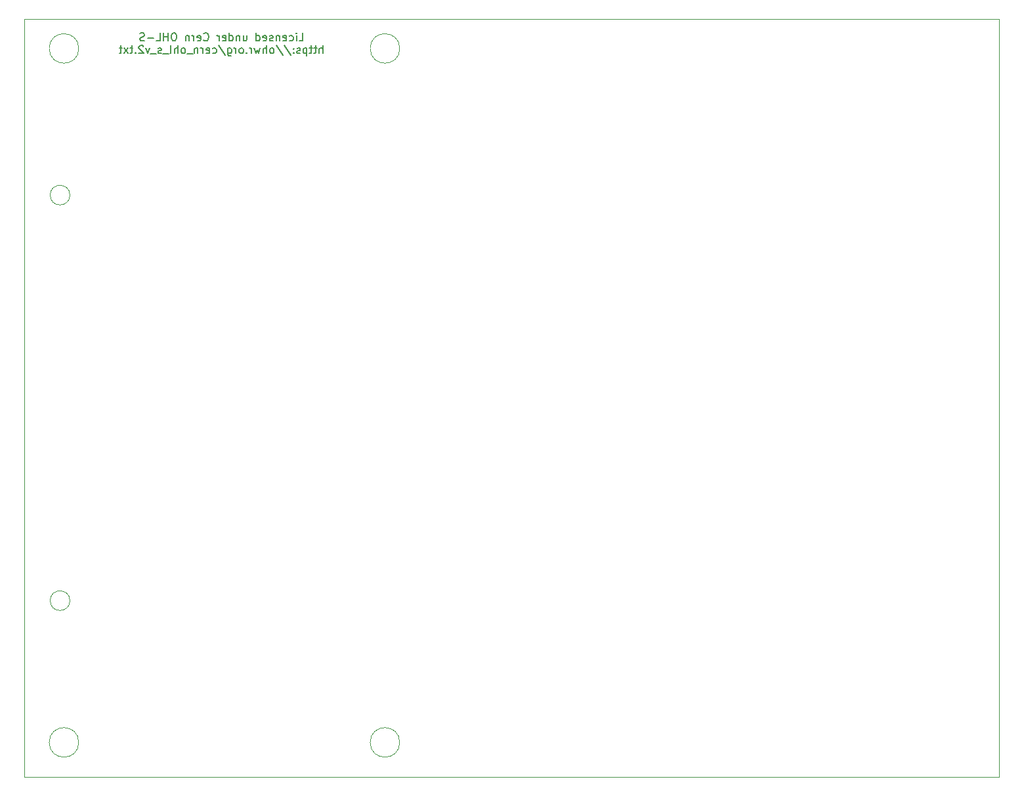
<source format=gbr>
%TF.GenerationSoftware,KiCad,Pcbnew,7.0.5-4d25ed1034~172~ubuntu22.04.1*%
%TF.CreationDate,2023-06-16T17:29:37+02:00*%
%TF.ProjectId,qdisk_v4,71646973-6b5f-4763-942e-6b696361645f,00*%
%TF.SameCoordinates,Original*%
%TF.FileFunction,Legend,Bot*%
%TF.FilePolarity,Positive*%
%FSLAX46Y46*%
G04 Gerber Fmt 4.6, Leading zero omitted, Abs format (unit mm)*
G04 Created by KiCad (PCBNEW 7.0.5-4d25ed1034~172~ubuntu22.04.1) date 2023-06-16 17:29:37*
%MOMM*%
%LPD*%
G01*
G04 APERTURE LIST*
%ADD10C,0.150000*%
%TA.AperFunction,Profile*%
%ADD11C,0.050000*%
%TD*%
G04 APERTURE END LIST*
D10*
X107282001Y-47782819D02*
X107758191Y-47782819D01*
X107758191Y-47782819D02*
X107758191Y-46782819D01*
X106948667Y-47782819D02*
X106948667Y-47116152D01*
X106948667Y-46782819D02*
X106996286Y-46830438D01*
X106996286Y-46830438D02*
X106948667Y-46878057D01*
X106948667Y-46878057D02*
X106901048Y-46830438D01*
X106901048Y-46830438D02*
X106948667Y-46782819D01*
X106948667Y-46782819D02*
X106948667Y-46878057D01*
X106043906Y-47735200D02*
X106139144Y-47782819D01*
X106139144Y-47782819D02*
X106329620Y-47782819D01*
X106329620Y-47782819D02*
X106424858Y-47735200D01*
X106424858Y-47735200D02*
X106472477Y-47687580D01*
X106472477Y-47687580D02*
X106520096Y-47592342D01*
X106520096Y-47592342D02*
X106520096Y-47306628D01*
X106520096Y-47306628D02*
X106472477Y-47211390D01*
X106472477Y-47211390D02*
X106424858Y-47163771D01*
X106424858Y-47163771D02*
X106329620Y-47116152D01*
X106329620Y-47116152D02*
X106139144Y-47116152D01*
X106139144Y-47116152D02*
X106043906Y-47163771D01*
X105234382Y-47735200D02*
X105329620Y-47782819D01*
X105329620Y-47782819D02*
X105520096Y-47782819D01*
X105520096Y-47782819D02*
X105615334Y-47735200D01*
X105615334Y-47735200D02*
X105662953Y-47639961D01*
X105662953Y-47639961D02*
X105662953Y-47259009D01*
X105662953Y-47259009D02*
X105615334Y-47163771D01*
X105615334Y-47163771D02*
X105520096Y-47116152D01*
X105520096Y-47116152D02*
X105329620Y-47116152D01*
X105329620Y-47116152D02*
X105234382Y-47163771D01*
X105234382Y-47163771D02*
X105186763Y-47259009D01*
X105186763Y-47259009D02*
X105186763Y-47354247D01*
X105186763Y-47354247D02*
X105662953Y-47449485D01*
X104758191Y-47116152D02*
X104758191Y-47782819D01*
X104758191Y-47211390D02*
X104710572Y-47163771D01*
X104710572Y-47163771D02*
X104615334Y-47116152D01*
X104615334Y-47116152D02*
X104472477Y-47116152D01*
X104472477Y-47116152D02*
X104377239Y-47163771D01*
X104377239Y-47163771D02*
X104329620Y-47259009D01*
X104329620Y-47259009D02*
X104329620Y-47782819D01*
X103901048Y-47735200D02*
X103805810Y-47782819D01*
X103805810Y-47782819D02*
X103615334Y-47782819D01*
X103615334Y-47782819D02*
X103520096Y-47735200D01*
X103520096Y-47735200D02*
X103472477Y-47639961D01*
X103472477Y-47639961D02*
X103472477Y-47592342D01*
X103472477Y-47592342D02*
X103520096Y-47497104D01*
X103520096Y-47497104D02*
X103615334Y-47449485D01*
X103615334Y-47449485D02*
X103758191Y-47449485D01*
X103758191Y-47449485D02*
X103853429Y-47401866D01*
X103853429Y-47401866D02*
X103901048Y-47306628D01*
X103901048Y-47306628D02*
X103901048Y-47259009D01*
X103901048Y-47259009D02*
X103853429Y-47163771D01*
X103853429Y-47163771D02*
X103758191Y-47116152D01*
X103758191Y-47116152D02*
X103615334Y-47116152D01*
X103615334Y-47116152D02*
X103520096Y-47163771D01*
X102662953Y-47735200D02*
X102758191Y-47782819D01*
X102758191Y-47782819D02*
X102948667Y-47782819D01*
X102948667Y-47782819D02*
X103043905Y-47735200D01*
X103043905Y-47735200D02*
X103091524Y-47639961D01*
X103091524Y-47639961D02*
X103091524Y-47259009D01*
X103091524Y-47259009D02*
X103043905Y-47163771D01*
X103043905Y-47163771D02*
X102948667Y-47116152D01*
X102948667Y-47116152D02*
X102758191Y-47116152D01*
X102758191Y-47116152D02*
X102662953Y-47163771D01*
X102662953Y-47163771D02*
X102615334Y-47259009D01*
X102615334Y-47259009D02*
X102615334Y-47354247D01*
X102615334Y-47354247D02*
X103091524Y-47449485D01*
X101758191Y-47782819D02*
X101758191Y-46782819D01*
X101758191Y-47735200D02*
X101853429Y-47782819D01*
X101853429Y-47782819D02*
X102043905Y-47782819D01*
X102043905Y-47782819D02*
X102139143Y-47735200D01*
X102139143Y-47735200D02*
X102186762Y-47687580D01*
X102186762Y-47687580D02*
X102234381Y-47592342D01*
X102234381Y-47592342D02*
X102234381Y-47306628D01*
X102234381Y-47306628D02*
X102186762Y-47211390D01*
X102186762Y-47211390D02*
X102139143Y-47163771D01*
X102139143Y-47163771D02*
X102043905Y-47116152D01*
X102043905Y-47116152D02*
X101853429Y-47116152D01*
X101853429Y-47116152D02*
X101758191Y-47163771D01*
X100091524Y-47116152D02*
X100091524Y-47782819D01*
X100520095Y-47116152D02*
X100520095Y-47639961D01*
X100520095Y-47639961D02*
X100472476Y-47735200D01*
X100472476Y-47735200D02*
X100377238Y-47782819D01*
X100377238Y-47782819D02*
X100234381Y-47782819D01*
X100234381Y-47782819D02*
X100139143Y-47735200D01*
X100139143Y-47735200D02*
X100091524Y-47687580D01*
X99615333Y-47116152D02*
X99615333Y-47782819D01*
X99615333Y-47211390D02*
X99567714Y-47163771D01*
X99567714Y-47163771D02*
X99472476Y-47116152D01*
X99472476Y-47116152D02*
X99329619Y-47116152D01*
X99329619Y-47116152D02*
X99234381Y-47163771D01*
X99234381Y-47163771D02*
X99186762Y-47259009D01*
X99186762Y-47259009D02*
X99186762Y-47782819D01*
X98282000Y-47782819D02*
X98282000Y-46782819D01*
X98282000Y-47735200D02*
X98377238Y-47782819D01*
X98377238Y-47782819D02*
X98567714Y-47782819D01*
X98567714Y-47782819D02*
X98662952Y-47735200D01*
X98662952Y-47735200D02*
X98710571Y-47687580D01*
X98710571Y-47687580D02*
X98758190Y-47592342D01*
X98758190Y-47592342D02*
X98758190Y-47306628D01*
X98758190Y-47306628D02*
X98710571Y-47211390D01*
X98710571Y-47211390D02*
X98662952Y-47163771D01*
X98662952Y-47163771D02*
X98567714Y-47116152D01*
X98567714Y-47116152D02*
X98377238Y-47116152D01*
X98377238Y-47116152D02*
X98282000Y-47163771D01*
X97424857Y-47735200D02*
X97520095Y-47782819D01*
X97520095Y-47782819D02*
X97710571Y-47782819D01*
X97710571Y-47782819D02*
X97805809Y-47735200D01*
X97805809Y-47735200D02*
X97853428Y-47639961D01*
X97853428Y-47639961D02*
X97853428Y-47259009D01*
X97853428Y-47259009D02*
X97805809Y-47163771D01*
X97805809Y-47163771D02*
X97710571Y-47116152D01*
X97710571Y-47116152D02*
X97520095Y-47116152D01*
X97520095Y-47116152D02*
X97424857Y-47163771D01*
X97424857Y-47163771D02*
X97377238Y-47259009D01*
X97377238Y-47259009D02*
X97377238Y-47354247D01*
X97377238Y-47354247D02*
X97853428Y-47449485D01*
X96948666Y-47782819D02*
X96948666Y-47116152D01*
X96948666Y-47306628D02*
X96901047Y-47211390D01*
X96901047Y-47211390D02*
X96853428Y-47163771D01*
X96853428Y-47163771D02*
X96758190Y-47116152D01*
X96758190Y-47116152D02*
X96662952Y-47116152D01*
X94996285Y-47687580D02*
X95043904Y-47735200D01*
X95043904Y-47735200D02*
X95186761Y-47782819D01*
X95186761Y-47782819D02*
X95281999Y-47782819D01*
X95281999Y-47782819D02*
X95424856Y-47735200D01*
X95424856Y-47735200D02*
X95520094Y-47639961D01*
X95520094Y-47639961D02*
X95567713Y-47544723D01*
X95567713Y-47544723D02*
X95615332Y-47354247D01*
X95615332Y-47354247D02*
X95615332Y-47211390D01*
X95615332Y-47211390D02*
X95567713Y-47020914D01*
X95567713Y-47020914D02*
X95520094Y-46925676D01*
X95520094Y-46925676D02*
X95424856Y-46830438D01*
X95424856Y-46830438D02*
X95281999Y-46782819D01*
X95281999Y-46782819D02*
X95186761Y-46782819D01*
X95186761Y-46782819D02*
X95043904Y-46830438D01*
X95043904Y-46830438D02*
X94996285Y-46878057D01*
X94186761Y-47735200D02*
X94281999Y-47782819D01*
X94281999Y-47782819D02*
X94472475Y-47782819D01*
X94472475Y-47782819D02*
X94567713Y-47735200D01*
X94567713Y-47735200D02*
X94615332Y-47639961D01*
X94615332Y-47639961D02*
X94615332Y-47259009D01*
X94615332Y-47259009D02*
X94567713Y-47163771D01*
X94567713Y-47163771D02*
X94472475Y-47116152D01*
X94472475Y-47116152D02*
X94281999Y-47116152D01*
X94281999Y-47116152D02*
X94186761Y-47163771D01*
X94186761Y-47163771D02*
X94139142Y-47259009D01*
X94139142Y-47259009D02*
X94139142Y-47354247D01*
X94139142Y-47354247D02*
X94615332Y-47449485D01*
X93710570Y-47782819D02*
X93710570Y-47116152D01*
X93710570Y-47306628D02*
X93662951Y-47211390D01*
X93662951Y-47211390D02*
X93615332Y-47163771D01*
X93615332Y-47163771D02*
X93520094Y-47116152D01*
X93520094Y-47116152D02*
X93424856Y-47116152D01*
X93091522Y-47116152D02*
X93091522Y-47782819D01*
X93091522Y-47211390D02*
X93043903Y-47163771D01*
X93043903Y-47163771D02*
X92948665Y-47116152D01*
X92948665Y-47116152D02*
X92805808Y-47116152D01*
X92805808Y-47116152D02*
X92710570Y-47163771D01*
X92710570Y-47163771D02*
X92662951Y-47259009D01*
X92662951Y-47259009D02*
X92662951Y-47782819D01*
X91234379Y-46782819D02*
X91043903Y-46782819D01*
X91043903Y-46782819D02*
X90948665Y-46830438D01*
X90948665Y-46830438D02*
X90853427Y-46925676D01*
X90853427Y-46925676D02*
X90805808Y-47116152D01*
X90805808Y-47116152D02*
X90805808Y-47449485D01*
X90805808Y-47449485D02*
X90853427Y-47639961D01*
X90853427Y-47639961D02*
X90948665Y-47735200D01*
X90948665Y-47735200D02*
X91043903Y-47782819D01*
X91043903Y-47782819D02*
X91234379Y-47782819D01*
X91234379Y-47782819D02*
X91329617Y-47735200D01*
X91329617Y-47735200D02*
X91424855Y-47639961D01*
X91424855Y-47639961D02*
X91472474Y-47449485D01*
X91472474Y-47449485D02*
X91472474Y-47116152D01*
X91472474Y-47116152D02*
X91424855Y-46925676D01*
X91424855Y-46925676D02*
X91329617Y-46830438D01*
X91329617Y-46830438D02*
X91234379Y-46782819D01*
X90377236Y-47782819D02*
X90377236Y-46782819D01*
X90377236Y-47259009D02*
X89805808Y-47259009D01*
X89805808Y-47782819D02*
X89805808Y-46782819D01*
X88853427Y-47782819D02*
X89329617Y-47782819D01*
X89329617Y-47782819D02*
X89329617Y-46782819D01*
X88520093Y-47401866D02*
X87758189Y-47401866D01*
X87329617Y-47735200D02*
X87186760Y-47782819D01*
X87186760Y-47782819D02*
X86948665Y-47782819D01*
X86948665Y-47782819D02*
X86853427Y-47735200D01*
X86853427Y-47735200D02*
X86805808Y-47687580D01*
X86805808Y-47687580D02*
X86758189Y-47592342D01*
X86758189Y-47592342D02*
X86758189Y-47497104D01*
X86758189Y-47497104D02*
X86805808Y-47401866D01*
X86805808Y-47401866D02*
X86853427Y-47354247D01*
X86853427Y-47354247D02*
X86948665Y-47306628D01*
X86948665Y-47306628D02*
X87139141Y-47259009D01*
X87139141Y-47259009D02*
X87234379Y-47211390D01*
X87234379Y-47211390D02*
X87281998Y-47163771D01*
X87281998Y-47163771D02*
X87329617Y-47068533D01*
X87329617Y-47068533D02*
X87329617Y-46973295D01*
X87329617Y-46973295D02*
X87281998Y-46878057D01*
X87281998Y-46878057D02*
X87234379Y-46830438D01*
X87234379Y-46830438D02*
X87139141Y-46782819D01*
X87139141Y-46782819D02*
X86901046Y-46782819D01*
X86901046Y-46782819D02*
X86758189Y-46830438D01*
X110329620Y-49392819D02*
X110329620Y-48392819D01*
X109901049Y-49392819D02*
X109901049Y-48869009D01*
X109901049Y-48869009D02*
X109948668Y-48773771D01*
X109948668Y-48773771D02*
X110043906Y-48726152D01*
X110043906Y-48726152D02*
X110186763Y-48726152D01*
X110186763Y-48726152D02*
X110282001Y-48773771D01*
X110282001Y-48773771D02*
X110329620Y-48821390D01*
X109567715Y-48726152D02*
X109186763Y-48726152D01*
X109424858Y-48392819D02*
X109424858Y-49249961D01*
X109424858Y-49249961D02*
X109377239Y-49345200D01*
X109377239Y-49345200D02*
X109282001Y-49392819D01*
X109282001Y-49392819D02*
X109186763Y-49392819D01*
X108996286Y-48726152D02*
X108615334Y-48726152D01*
X108853429Y-48392819D02*
X108853429Y-49249961D01*
X108853429Y-49249961D02*
X108805810Y-49345200D01*
X108805810Y-49345200D02*
X108710572Y-49392819D01*
X108710572Y-49392819D02*
X108615334Y-49392819D01*
X108282000Y-48726152D02*
X108282000Y-49726152D01*
X108282000Y-48773771D02*
X108186762Y-48726152D01*
X108186762Y-48726152D02*
X107996286Y-48726152D01*
X107996286Y-48726152D02*
X107901048Y-48773771D01*
X107901048Y-48773771D02*
X107853429Y-48821390D01*
X107853429Y-48821390D02*
X107805810Y-48916628D01*
X107805810Y-48916628D02*
X107805810Y-49202342D01*
X107805810Y-49202342D02*
X107853429Y-49297580D01*
X107853429Y-49297580D02*
X107901048Y-49345200D01*
X107901048Y-49345200D02*
X107996286Y-49392819D01*
X107996286Y-49392819D02*
X108186762Y-49392819D01*
X108186762Y-49392819D02*
X108282000Y-49345200D01*
X107424857Y-49345200D02*
X107329619Y-49392819D01*
X107329619Y-49392819D02*
X107139143Y-49392819D01*
X107139143Y-49392819D02*
X107043905Y-49345200D01*
X107043905Y-49345200D02*
X106996286Y-49249961D01*
X106996286Y-49249961D02*
X106996286Y-49202342D01*
X106996286Y-49202342D02*
X107043905Y-49107104D01*
X107043905Y-49107104D02*
X107139143Y-49059485D01*
X107139143Y-49059485D02*
X107282000Y-49059485D01*
X107282000Y-49059485D02*
X107377238Y-49011866D01*
X107377238Y-49011866D02*
X107424857Y-48916628D01*
X107424857Y-48916628D02*
X107424857Y-48869009D01*
X107424857Y-48869009D02*
X107377238Y-48773771D01*
X107377238Y-48773771D02*
X107282000Y-48726152D01*
X107282000Y-48726152D02*
X107139143Y-48726152D01*
X107139143Y-48726152D02*
X107043905Y-48773771D01*
X106567714Y-49297580D02*
X106520095Y-49345200D01*
X106520095Y-49345200D02*
X106567714Y-49392819D01*
X106567714Y-49392819D02*
X106615333Y-49345200D01*
X106615333Y-49345200D02*
X106567714Y-49297580D01*
X106567714Y-49297580D02*
X106567714Y-49392819D01*
X106567714Y-48773771D02*
X106520095Y-48821390D01*
X106520095Y-48821390D02*
X106567714Y-48869009D01*
X106567714Y-48869009D02*
X106615333Y-48821390D01*
X106615333Y-48821390D02*
X106567714Y-48773771D01*
X106567714Y-48773771D02*
X106567714Y-48869009D01*
X105377239Y-48345200D02*
X106234381Y-49630914D01*
X104329620Y-48345200D02*
X105186762Y-49630914D01*
X103853429Y-49392819D02*
X103948667Y-49345200D01*
X103948667Y-49345200D02*
X103996286Y-49297580D01*
X103996286Y-49297580D02*
X104043905Y-49202342D01*
X104043905Y-49202342D02*
X104043905Y-48916628D01*
X104043905Y-48916628D02*
X103996286Y-48821390D01*
X103996286Y-48821390D02*
X103948667Y-48773771D01*
X103948667Y-48773771D02*
X103853429Y-48726152D01*
X103853429Y-48726152D02*
X103710572Y-48726152D01*
X103710572Y-48726152D02*
X103615334Y-48773771D01*
X103615334Y-48773771D02*
X103567715Y-48821390D01*
X103567715Y-48821390D02*
X103520096Y-48916628D01*
X103520096Y-48916628D02*
X103520096Y-49202342D01*
X103520096Y-49202342D02*
X103567715Y-49297580D01*
X103567715Y-49297580D02*
X103615334Y-49345200D01*
X103615334Y-49345200D02*
X103710572Y-49392819D01*
X103710572Y-49392819D02*
X103853429Y-49392819D01*
X103091524Y-49392819D02*
X103091524Y-48392819D01*
X102662953Y-49392819D02*
X102662953Y-48869009D01*
X102662953Y-48869009D02*
X102710572Y-48773771D01*
X102710572Y-48773771D02*
X102805810Y-48726152D01*
X102805810Y-48726152D02*
X102948667Y-48726152D01*
X102948667Y-48726152D02*
X103043905Y-48773771D01*
X103043905Y-48773771D02*
X103091524Y-48821390D01*
X102282000Y-48726152D02*
X102091524Y-49392819D01*
X102091524Y-49392819D02*
X101901048Y-48916628D01*
X101901048Y-48916628D02*
X101710572Y-49392819D01*
X101710572Y-49392819D02*
X101520096Y-48726152D01*
X101139143Y-49392819D02*
X101139143Y-48726152D01*
X101139143Y-48916628D02*
X101091524Y-48821390D01*
X101091524Y-48821390D02*
X101043905Y-48773771D01*
X101043905Y-48773771D02*
X100948667Y-48726152D01*
X100948667Y-48726152D02*
X100853429Y-48726152D01*
X100520095Y-49297580D02*
X100472476Y-49345200D01*
X100472476Y-49345200D02*
X100520095Y-49392819D01*
X100520095Y-49392819D02*
X100567714Y-49345200D01*
X100567714Y-49345200D02*
X100520095Y-49297580D01*
X100520095Y-49297580D02*
X100520095Y-49392819D01*
X99901048Y-49392819D02*
X99996286Y-49345200D01*
X99996286Y-49345200D02*
X100043905Y-49297580D01*
X100043905Y-49297580D02*
X100091524Y-49202342D01*
X100091524Y-49202342D02*
X100091524Y-48916628D01*
X100091524Y-48916628D02*
X100043905Y-48821390D01*
X100043905Y-48821390D02*
X99996286Y-48773771D01*
X99996286Y-48773771D02*
X99901048Y-48726152D01*
X99901048Y-48726152D02*
X99758191Y-48726152D01*
X99758191Y-48726152D02*
X99662953Y-48773771D01*
X99662953Y-48773771D02*
X99615334Y-48821390D01*
X99615334Y-48821390D02*
X99567715Y-48916628D01*
X99567715Y-48916628D02*
X99567715Y-49202342D01*
X99567715Y-49202342D02*
X99615334Y-49297580D01*
X99615334Y-49297580D02*
X99662953Y-49345200D01*
X99662953Y-49345200D02*
X99758191Y-49392819D01*
X99758191Y-49392819D02*
X99901048Y-49392819D01*
X99139143Y-49392819D02*
X99139143Y-48726152D01*
X99139143Y-48916628D02*
X99091524Y-48821390D01*
X99091524Y-48821390D02*
X99043905Y-48773771D01*
X99043905Y-48773771D02*
X98948667Y-48726152D01*
X98948667Y-48726152D02*
X98853429Y-48726152D01*
X98091524Y-48726152D02*
X98091524Y-49535676D01*
X98091524Y-49535676D02*
X98139143Y-49630914D01*
X98139143Y-49630914D02*
X98186762Y-49678533D01*
X98186762Y-49678533D02*
X98282000Y-49726152D01*
X98282000Y-49726152D02*
X98424857Y-49726152D01*
X98424857Y-49726152D02*
X98520095Y-49678533D01*
X98091524Y-49345200D02*
X98186762Y-49392819D01*
X98186762Y-49392819D02*
X98377238Y-49392819D01*
X98377238Y-49392819D02*
X98472476Y-49345200D01*
X98472476Y-49345200D02*
X98520095Y-49297580D01*
X98520095Y-49297580D02*
X98567714Y-49202342D01*
X98567714Y-49202342D02*
X98567714Y-48916628D01*
X98567714Y-48916628D02*
X98520095Y-48821390D01*
X98520095Y-48821390D02*
X98472476Y-48773771D01*
X98472476Y-48773771D02*
X98377238Y-48726152D01*
X98377238Y-48726152D02*
X98186762Y-48726152D01*
X98186762Y-48726152D02*
X98091524Y-48773771D01*
X96901048Y-48345200D02*
X97758190Y-49630914D01*
X96139143Y-49345200D02*
X96234381Y-49392819D01*
X96234381Y-49392819D02*
X96424857Y-49392819D01*
X96424857Y-49392819D02*
X96520095Y-49345200D01*
X96520095Y-49345200D02*
X96567714Y-49297580D01*
X96567714Y-49297580D02*
X96615333Y-49202342D01*
X96615333Y-49202342D02*
X96615333Y-48916628D01*
X96615333Y-48916628D02*
X96567714Y-48821390D01*
X96567714Y-48821390D02*
X96520095Y-48773771D01*
X96520095Y-48773771D02*
X96424857Y-48726152D01*
X96424857Y-48726152D02*
X96234381Y-48726152D01*
X96234381Y-48726152D02*
X96139143Y-48773771D01*
X95329619Y-49345200D02*
X95424857Y-49392819D01*
X95424857Y-49392819D02*
X95615333Y-49392819D01*
X95615333Y-49392819D02*
X95710571Y-49345200D01*
X95710571Y-49345200D02*
X95758190Y-49249961D01*
X95758190Y-49249961D02*
X95758190Y-48869009D01*
X95758190Y-48869009D02*
X95710571Y-48773771D01*
X95710571Y-48773771D02*
X95615333Y-48726152D01*
X95615333Y-48726152D02*
X95424857Y-48726152D01*
X95424857Y-48726152D02*
X95329619Y-48773771D01*
X95329619Y-48773771D02*
X95282000Y-48869009D01*
X95282000Y-48869009D02*
X95282000Y-48964247D01*
X95282000Y-48964247D02*
X95758190Y-49059485D01*
X94853428Y-49392819D02*
X94853428Y-48726152D01*
X94853428Y-48916628D02*
X94805809Y-48821390D01*
X94805809Y-48821390D02*
X94758190Y-48773771D01*
X94758190Y-48773771D02*
X94662952Y-48726152D01*
X94662952Y-48726152D02*
X94567714Y-48726152D01*
X94234380Y-48726152D02*
X94234380Y-49392819D01*
X94234380Y-48821390D02*
X94186761Y-48773771D01*
X94186761Y-48773771D02*
X94091523Y-48726152D01*
X94091523Y-48726152D02*
X93948666Y-48726152D01*
X93948666Y-48726152D02*
X93853428Y-48773771D01*
X93853428Y-48773771D02*
X93805809Y-48869009D01*
X93805809Y-48869009D02*
X93805809Y-49392819D01*
X93567714Y-49488057D02*
X92805809Y-49488057D01*
X92424856Y-49392819D02*
X92520094Y-49345200D01*
X92520094Y-49345200D02*
X92567713Y-49297580D01*
X92567713Y-49297580D02*
X92615332Y-49202342D01*
X92615332Y-49202342D02*
X92615332Y-48916628D01*
X92615332Y-48916628D02*
X92567713Y-48821390D01*
X92567713Y-48821390D02*
X92520094Y-48773771D01*
X92520094Y-48773771D02*
X92424856Y-48726152D01*
X92424856Y-48726152D02*
X92281999Y-48726152D01*
X92281999Y-48726152D02*
X92186761Y-48773771D01*
X92186761Y-48773771D02*
X92139142Y-48821390D01*
X92139142Y-48821390D02*
X92091523Y-48916628D01*
X92091523Y-48916628D02*
X92091523Y-49202342D01*
X92091523Y-49202342D02*
X92139142Y-49297580D01*
X92139142Y-49297580D02*
X92186761Y-49345200D01*
X92186761Y-49345200D02*
X92281999Y-49392819D01*
X92281999Y-49392819D02*
X92424856Y-49392819D01*
X91662951Y-49392819D02*
X91662951Y-48392819D01*
X91234380Y-49392819D02*
X91234380Y-48869009D01*
X91234380Y-48869009D02*
X91281999Y-48773771D01*
X91281999Y-48773771D02*
X91377237Y-48726152D01*
X91377237Y-48726152D02*
X91520094Y-48726152D01*
X91520094Y-48726152D02*
X91615332Y-48773771D01*
X91615332Y-48773771D02*
X91662951Y-48821390D01*
X90615332Y-49392819D02*
X90710570Y-49345200D01*
X90710570Y-49345200D02*
X90758189Y-49249961D01*
X90758189Y-49249961D02*
X90758189Y-48392819D01*
X90472475Y-49488057D02*
X89710570Y-49488057D01*
X89520093Y-49345200D02*
X89424855Y-49392819D01*
X89424855Y-49392819D02*
X89234379Y-49392819D01*
X89234379Y-49392819D02*
X89139141Y-49345200D01*
X89139141Y-49345200D02*
X89091522Y-49249961D01*
X89091522Y-49249961D02*
X89091522Y-49202342D01*
X89091522Y-49202342D02*
X89139141Y-49107104D01*
X89139141Y-49107104D02*
X89234379Y-49059485D01*
X89234379Y-49059485D02*
X89377236Y-49059485D01*
X89377236Y-49059485D02*
X89472474Y-49011866D01*
X89472474Y-49011866D02*
X89520093Y-48916628D01*
X89520093Y-48916628D02*
X89520093Y-48869009D01*
X89520093Y-48869009D02*
X89472474Y-48773771D01*
X89472474Y-48773771D02*
X89377236Y-48726152D01*
X89377236Y-48726152D02*
X89234379Y-48726152D01*
X89234379Y-48726152D02*
X89139141Y-48773771D01*
X88901046Y-49488057D02*
X88139141Y-49488057D01*
X87996283Y-48726152D02*
X87758188Y-49392819D01*
X87758188Y-49392819D02*
X87520093Y-48726152D01*
X87186759Y-48488057D02*
X87139140Y-48440438D01*
X87139140Y-48440438D02*
X87043902Y-48392819D01*
X87043902Y-48392819D02*
X86805807Y-48392819D01*
X86805807Y-48392819D02*
X86710569Y-48440438D01*
X86710569Y-48440438D02*
X86662950Y-48488057D01*
X86662950Y-48488057D02*
X86615331Y-48583295D01*
X86615331Y-48583295D02*
X86615331Y-48678533D01*
X86615331Y-48678533D02*
X86662950Y-48821390D01*
X86662950Y-48821390D02*
X87234378Y-49392819D01*
X87234378Y-49392819D02*
X86615331Y-49392819D01*
X86186759Y-49297580D02*
X86139140Y-49345200D01*
X86139140Y-49345200D02*
X86186759Y-49392819D01*
X86186759Y-49392819D02*
X86234378Y-49345200D01*
X86234378Y-49345200D02*
X86186759Y-49297580D01*
X86186759Y-49297580D02*
X86186759Y-49392819D01*
X85853426Y-48726152D02*
X85472474Y-48726152D01*
X85710569Y-48392819D02*
X85710569Y-49249961D01*
X85710569Y-49249961D02*
X85662950Y-49345200D01*
X85662950Y-49345200D02*
X85567712Y-49392819D01*
X85567712Y-49392819D02*
X85472474Y-49392819D01*
X85234378Y-49392819D02*
X84710569Y-48726152D01*
X85234378Y-48726152D02*
X84710569Y-49392819D01*
X84472473Y-48726152D02*
X84091521Y-48726152D01*
X84329616Y-48392819D02*
X84329616Y-49249961D01*
X84329616Y-49249961D02*
X84281997Y-49345200D01*
X84281997Y-49345200D02*
X84186759Y-49392819D01*
X84186759Y-49392819D02*
X84091521Y-49392819D01*
D11*
X197612000Y-44958000D02*
X71882000Y-44958000D01*
X77724000Y-67691000D02*
G75*
G03*
X77724000Y-67691000I-1270000J0D01*
G01*
X77724000Y-120015000D02*
G75*
G03*
X77724000Y-120015000I-1270000J0D01*
G01*
X78867000Y-48768000D02*
G75*
G03*
X78867000Y-48768000I-1905000J0D01*
G01*
X120269000Y-138303000D02*
G75*
G03*
X120269000Y-138303000I-1905000J0D01*
G01*
X197612000Y-142748000D02*
X197612000Y-44958000D01*
X71882000Y-44958000D02*
X71882000Y-142748000D01*
X120269000Y-48768000D02*
G75*
G03*
X120269000Y-48768000I-1905000J0D01*
G01*
X71882000Y-142748000D02*
X197612000Y-142748000D01*
X78867000Y-138303000D02*
G75*
G03*
X78867000Y-138303000I-1905000J0D01*
G01*
M02*

</source>
